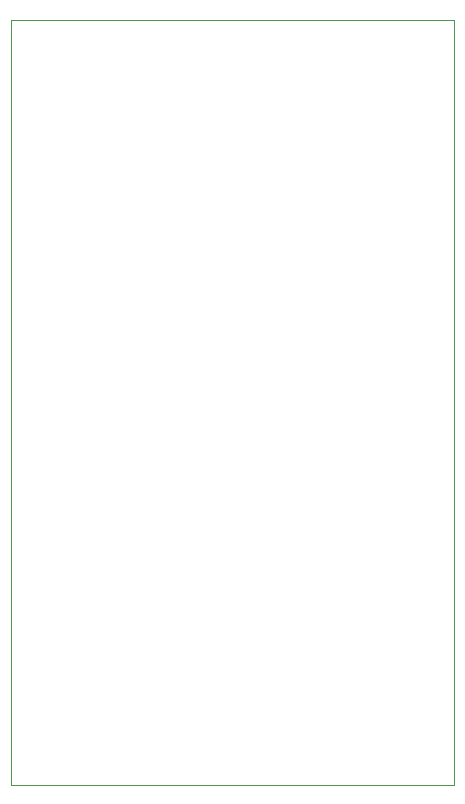
<source format=gbr>
%TF.GenerationSoftware,KiCad,Pcbnew,(5.1.6)-1*%
%TF.CreationDate,2020-10-17T00:26:31-04:00*%
%TF.ProjectId,whs6,77687336-2e6b-4696-9361-645f70636258,rev?*%
%TF.SameCoordinates,Original*%
%TF.FileFunction,Profile,NP*%
%FSLAX46Y46*%
G04 Gerber Fmt 4.6, Leading zero omitted, Abs format (unit mm)*
G04 Created by KiCad (PCBNEW (5.1.6)-1) date 2020-10-17 00:26:31*
%MOMM*%
%LPD*%
G01*
G04 APERTURE LIST*
%TA.AperFunction,Profile*%
%ADD10C,0.050000*%
%TD*%
G04 APERTURE END LIST*
D10*
X158115000Y-34925000D02*
X158115000Y-99695000D01*
X120650000Y-99695000D02*
X158115000Y-99695000D01*
X120650000Y-34925000D02*
X120650000Y-99695000D01*
X120650000Y-34925000D02*
X158115000Y-34925000D01*
M02*

</source>
